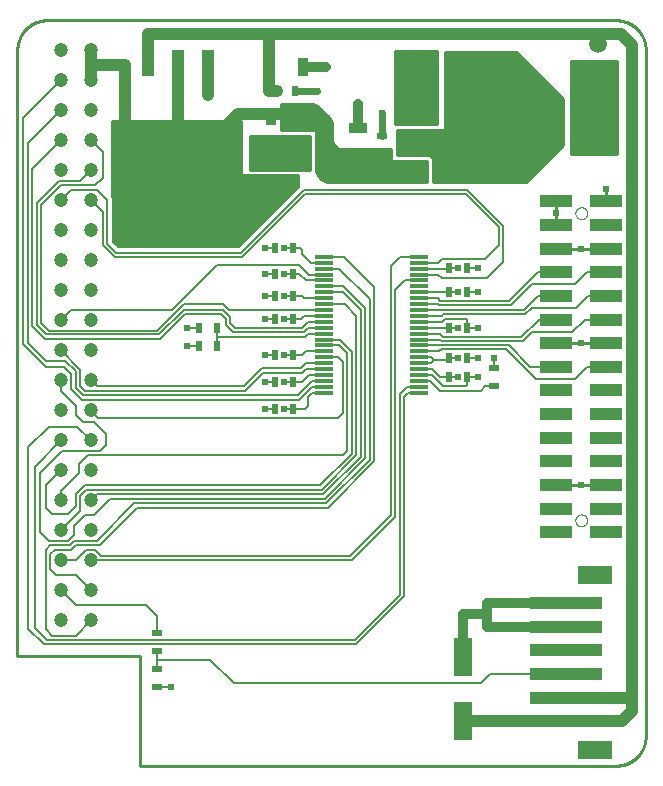
<source format=gtl>
G75*
%MOIN*%
%OFA0B0*%
%FSLAX25Y25*%
%IPPOS*%
%LPD*%
%AMOC8*
5,1,8,0,0,1.08239X$1,22.5*
%
%ADD10C,0.01000*%
%ADD11R,0.02362X0.03543*%
%ADD12R,0.06299X0.03543*%
%ADD13R,0.03543X0.06299*%
%ADD14R,0.03543X0.02362*%
%ADD15C,0.04724*%
%ADD16R,0.10827X0.03937*%
%ADD17C,0.00000*%
%ADD18R,0.24409X0.03937*%
%ADD19R,0.11811X0.06299*%
%ADD20C,0.05906*%
%ADD21R,0.05906X0.01181*%
%ADD22R,0.07874X0.04331*%
%ADD23R,0.07874X0.12992*%
%ADD24R,0.12598X0.06299*%
%ADD25R,0.06299X0.12598*%
%ADD26R,0.04200X0.08500*%
%ADD27R,0.05000X0.05000*%
%ADD28C,0.00500*%
%ADD29C,0.00600*%
%ADD30C,0.02400*%
%ADD31C,0.00800*%
%ADD32C,0.03200*%
%ADD33C,0.02200*%
%ADD34C,0.04000*%
%ADD35C,0.01200*%
D10*
X0001500Y0038000D02*
X0042500Y0038000D01*
X0042500Y0001500D01*
X0201000Y0001500D01*
X0201242Y0001503D01*
X0201483Y0001512D01*
X0201724Y0001526D01*
X0201965Y0001547D01*
X0202205Y0001573D01*
X0202445Y0001605D01*
X0202684Y0001643D01*
X0202921Y0001686D01*
X0203158Y0001736D01*
X0203393Y0001791D01*
X0203627Y0001851D01*
X0203859Y0001918D01*
X0204090Y0001989D01*
X0204319Y0002067D01*
X0204546Y0002150D01*
X0204771Y0002238D01*
X0204994Y0002332D01*
X0205214Y0002431D01*
X0205432Y0002536D01*
X0205647Y0002645D01*
X0205860Y0002760D01*
X0206070Y0002880D01*
X0206276Y0003005D01*
X0206480Y0003135D01*
X0206681Y0003270D01*
X0206878Y0003410D01*
X0207072Y0003554D01*
X0207262Y0003703D01*
X0207448Y0003857D01*
X0207631Y0004015D01*
X0207810Y0004177D01*
X0207985Y0004344D01*
X0208156Y0004515D01*
X0208323Y0004690D01*
X0208485Y0004869D01*
X0208643Y0005052D01*
X0208797Y0005238D01*
X0208946Y0005428D01*
X0209090Y0005622D01*
X0209230Y0005819D01*
X0209365Y0006020D01*
X0209495Y0006224D01*
X0209620Y0006430D01*
X0209740Y0006640D01*
X0209855Y0006853D01*
X0209964Y0007068D01*
X0210069Y0007286D01*
X0210168Y0007506D01*
X0210262Y0007729D01*
X0210350Y0007954D01*
X0210433Y0008181D01*
X0210511Y0008410D01*
X0210582Y0008641D01*
X0210649Y0008873D01*
X0210709Y0009107D01*
X0210764Y0009342D01*
X0210814Y0009579D01*
X0210857Y0009816D01*
X0210895Y0010055D01*
X0210927Y0010295D01*
X0210953Y0010535D01*
X0210974Y0010776D01*
X0210988Y0011017D01*
X0210997Y0011258D01*
X0211000Y0011500D01*
X0211000Y0240000D01*
X0210997Y0240242D01*
X0210988Y0240483D01*
X0210974Y0240724D01*
X0210953Y0240965D01*
X0210927Y0241205D01*
X0210895Y0241445D01*
X0210857Y0241684D01*
X0210814Y0241921D01*
X0210764Y0242158D01*
X0210709Y0242393D01*
X0210649Y0242627D01*
X0210582Y0242859D01*
X0210511Y0243090D01*
X0210433Y0243319D01*
X0210350Y0243546D01*
X0210262Y0243771D01*
X0210168Y0243994D01*
X0210069Y0244214D01*
X0209964Y0244432D01*
X0209855Y0244647D01*
X0209740Y0244860D01*
X0209620Y0245070D01*
X0209495Y0245276D01*
X0209365Y0245480D01*
X0209230Y0245681D01*
X0209090Y0245878D01*
X0208946Y0246072D01*
X0208797Y0246262D01*
X0208643Y0246448D01*
X0208485Y0246631D01*
X0208323Y0246810D01*
X0208156Y0246985D01*
X0207985Y0247156D01*
X0207810Y0247323D01*
X0207631Y0247485D01*
X0207448Y0247643D01*
X0207262Y0247797D01*
X0207072Y0247946D01*
X0206878Y0248090D01*
X0206681Y0248230D01*
X0206480Y0248365D01*
X0206276Y0248495D01*
X0206070Y0248620D01*
X0205860Y0248740D01*
X0205647Y0248855D01*
X0205432Y0248964D01*
X0205214Y0249069D01*
X0204994Y0249168D01*
X0204771Y0249262D01*
X0204546Y0249350D01*
X0204319Y0249433D01*
X0204090Y0249511D01*
X0203859Y0249582D01*
X0203627Y0249649D01*
X0203393Y0249709D01*
X0203158Y0249764D01*
X0202921Y0249814D01*
X0202684Y0249857D01*
X0202445Y0249895D01*
X0202205Y0249927D01*
X0201965Y0249953D01*
X0201724Y0249974D01*
X0201483Y0249988D01*
X0201242Y0249997D01*
X0201000Y0250000D01*
X0011500Y0250000D01*
X0011258Y0249997D01*
X0011017Y0249988D01*
X0010776Y0249974D01*
X0010535Y0249953D01*
X0010295Y0249927D01*
X0010055Y0249895D01*
X0009816Y0249857D01*
X0009579Y0249814D01*
X0009342Y0249764D01*
X0009107Y0249709D01*
X0008873Y0249649D01*
X0008641Y0249582D01*
X0008410Y0249511D01*
X0008181Y0249433D01*
X0007954Y0249350D01*
X0007729Y0249262D01*
X0007506Y0249168D01*
X0007286Y0249069D01*
X0007068Y0248964D01*
X0006853Y0248855D01*
X0006640Y0248740D01*
X0006430Y0248620D01*
X0006224Y0248495D01*
X0006020Y0248365D01*
X0005819Y0248230D01*
X0005622Y0248090D01*
X0005428Y0247946D01*
X0005238Y0247797D01*
X0005052Y0247643D01*
X0004869Y0247485D01*
X0004690Y0247323D01*
X0004515Y0247156D01*
X0004344Y0246985D01*
X0004177Y0246810D01*
X0004015Y0246631D01*
X0003857Y0246448D01*
X0003703Y0246262D01*
X0003554Y0246072D01*
X0003410Y0245878D01*
X0003270Y0245681D01*
X0003135Y0245480D01*
X0003005Y0245276D01*
X0002880Y0245070D01*
X0002760Y0244860D01*
X0002645Y0244647D01*
X0002536Y0244432D01*
X0002431Y0244214D01*
X0002332Y0243994D01*
X0002238Y0243771D01*
X0002150Y0243546D01*
X0002067Y0243319D01*
X0001989Y0243090D01*
X0001918Y0242859D01*
X0001851Y0242627D01*
X0001791Y0242393D01*
X0001736Y0242158D01*
X0001686Y0241921D01*
X0001643Y0241684D01*
X0001605Y0241445D01*
X0001573Y0241205D01*
X0001547Y0240965D01*
X0001526Y0240724D01*
X0001512Y0240483D01*
X0001503Y0240242D01*
X0001500Y0240000D01*
X0001500Y0038000D01*
X0104104Y0196284D02*
X0104898Y0196072D01*
X0105717Y0196000D01*
X0138000Y0196000D01*
X0138000Y0203000D01*
X0126000Y0203000D01*
X0126000Y0207000D01*
X0109247Y0207000D01*
X0108895Y0207035D01*
X0108557Y0207137D01*
X0108245Y0207304D01*
X0107972Y0207528D01*
X0107426Y0208074D01*
X0107033Y0208553D01*
X0106741Y0209100D01*
X0106561Y0209693D01*
X0106500Y0210310D01*
X0106500Y0214830D01*
X0106423Y0215617D01*
X0106193Y0216373D01*
X0105821Y0217070D01*
X0105319Y0217681D01*
X0102115Y0220885D01*
X0101538Y0221358D01*
X0100880Y0221710D01*
X0100166Y0221927D01*
X0099423Y0222000D01*
X0089500Y0222000D01*
X0089500Y0213500D01*
X0101000Y0213500D01*
X0101000Y0200717D01*
X0101072Y0199898D01*
X0101284Y0199104D01*
X0101632Y0198358D01*
X0102104Y0197685D01*
X0102685Y0197104D01*
X0103358Y0196632D01*
X0104104Y0196284D01*
X0104383Y0196210D02*
X0138000Y0196210D01*
X0138000Y0197208D02*
X0102580Y0197208D01*
X0101738Y0198207D02*
X0138000Y0198207D01*
X0138000Y0199205D02*
X0101257Y0199205D01*
X0101045Y0200204D02*
X0138000Y0200204D01*
X0138000Y0201202D02*
X0101000Y0201202D01*
X0101000Y0202201D02*
X0138000Y0202201D01*
X0140200Y0202201D02*
X0177201Y0202201D01*
X0178199Y0203199D02*
X0140200Y0203199D01*
X0140200Y0203911D02*
X0140000Y0204111D01*
X0140000Y0204500D01*
X0139611Y0204500D01*
X0138911Y0205200D01*
X0128200Y0205200D01*
X0128200Y0207911D01*
X0128000Y0208111D01*
X0128000Y0213300D01*
X0142411Y0213300D01*
X0142611Y0213500D01*
X0144000Y0213500D01*
X0144000Y0239500D01*
X0167610Y0239500D01*
X0183500Y0223610D01*
X0183500Y0208500D01*
X0171000Y0196000D01*
X0140200Y0196000D01*
X0140200Y0203911D01*
X0140000Y0204198D02*
X0179198Y0204198D01*
X0180196Y0205196D02*
X0138915Y0205196D01*
X0140200Y0201202D02*
X0176202Y0201202D01*
X0175204Y0200204D02*
X0140200Y0200204D01*
X0140200Y0199205D02*
X0174205Y0199205D01*
X0173207Y0198207D02*
X0140200Y0198207D01*
X0140200Y0197208D02*
X0172208Y0197208D01*
X0171210Y0196210D02*
X0140200Y0196210D01*
X0128200Y0206195D02*
X0181195Y0206195D01*
X0182193Y0207193D02*
X0128200Y0207193D01*
X0128000Y0208192D02*
X0183192Y0208192D01*
X0183500Y0209190D02*
X0128000Y0209190D01*
X0128000Y0210189D02*
X0183500Y0210189D01*
X0183500Y0211187D02*
X0128000Y0211187D01*
X0128000Y0212186D02*
X0183500Y0212186D01*
X0183500Y0213184D02*
X0128000Y0213184D01*
X0127500Y0215500D02*
X0127500Y0239600D01*
X0141500Y0239600D01*
X0141500Y0215500D01*
X0127500Y0215500D01*
X0127500Y0216180D02*
X0141500Y0216180D01*
X0141500Y0217178D02*
X0127500Y0217178D01*
X0127500Y0218177D02*
X0141500Y0218177D01*
X0141500Y0219175D02*
X0127500Y0219175D01*
X0127500Y0220174D02*
X0141500Y0220174D01*
X0141500Y0221172D02*
X0127500Y0221172D01*
X0127500Y0222171D02*
X0141500Y0222171D01*
X0141500Y0223170D02*
X0127500Y0223170D01*
X0127500Y0224168D02*
X0141500Y0224168D01*
X0141500Y0225167D02*
X0127500Y0225167D01*
X0127500Y0226165D02*
X0141500Y0226165D01*
X0141500Y0227164D02*
X0127500Y0227164D01*
X0127500Y0228162D02*
X0141500Y0228162D01*
X0141500Y0229161D02*
X0127500Y0229161D01*
X0127500Y0230159D02*
X0141500Y0230159D01*
X0141500Y0231158D02*
X0127500Y0231158D01*
X0127500Y0232156D02*
X0141500Y0232156D01*
X0141500Y0233155D02*
X0127500Y0233155D01*
X0127500Y0234153D02*
X0141500Y0234153D01*
X0141500Y0235152D02*
X0127500Y0235152D01*
X0127500Y0236150D02*
X0141500Y0236150D01*
X0141500Y0237149D02*
X0127500Y0237149D01*
X0127500Y0238147D02*
X0141500Y0238147D01*
X0141500Y0239146D02*
X0127500Y0239146D01*
X0144000Y0239146D02*
X0167964Y0239146D01*
X0168963Y0238147D02*
X0144000Y0238147D01*
X0144000Y0237149D02*
X0169961Y0237149D01*
X0170960Y0236150D02*
X0144000Y0236150D01*
X0144000Y0235152D02*
X0171958Y0235152D01*
X0172957Y0234153D02*
X0144000Y0234153D01*
X0144000Y0233155D02*
X0173955Y0233155D01*
X0174954Y0232156D02*
X0144000Y0232156D01*
X0144000Y0231158D02*
X0175952Y0231158D01*
X0176951Y0230159D02*
X0144000Y0230159D01*
X0144000Y0229161D02*
X0177949Y0229161D01*
X0178948Y0228162D02*
X0144000Y0228162D01*
X0144000Y0227164D02*
X0179946Y0227164D01*
X0180945Y0226165D02*
X0144000Y0226165D01*
X0144000Y0225167D02*
X0181943Y0225167D01*
X0182942Y0224168D02*
X0144000Y0224168D01*
X0144000Y0223170D02*
X0183500Y0223170D01*
X0183500Y0222171D02*
X0144000Y0222171D01*
X0144000Y0221172D02*
X0183500Y0221172D01*
X0183500Y0220174D02*
X0144000Y0220174D01*
X0144000Y0219175D02*
X0183500Y0219175D01*
X0183500Y0218177D02*
X0144000Y0218177D01*
X0144000Y0217178D02*
X0183500Y0217178D01*
X0183500Y0216180D02*
X0144000Y0216180D01*
X0144000Y0215181D02*
X0183500Y0215181D01*
X0183500Y0214183D02*
X0144000Y0214183D01*
X0126000Y0206195D02*
X0101000Y0206195D01*
X0101000Y0207193D02*
X0108452Y0207193D01*
X0107329Y0208192D02*
X0101000Y0208192D01*
X0101000Y0209190D02*
X0106713Y0209190D01*
X0106512Y0210189D02*
X0101000Y0210189D01*
X0101000Y0211187D02*
X0106500Y0211187D01*
X0106500Y0212186D02*
X0101000Y0212186D01*
X0101000Y0213184D02*
X0106500Y0213184D01*
X0106500Y0214183D02*
X0089500Y0214183D01*
X0089500Y0215181D02*
X0106465Y0215181D01*
X0106252Y0216180D02*
X0089500Y0216180D01*
X0089500Y0217178D02*
X0105731Y0217178D01*
X0104823Y0218177D02*
X0089500Y0218177D01*
X0089500Y0219175D02*
X0103825Y0219175D01*
X0102826Y0220174D02*
X0089500Y0220174D01*
X0089500Y0221172D02*
X0101765Y0221172D01*
X0099100Y0211500D02*
X0079000Y0211500D01*
X0079000Y0200000D01*
X0099100Y0200000D01*
X0099100Y0211500D01*
X0099100Y0211187D02*
X0079000Y0211187D01*
X0079000Y0210189D02*
X0099100Y0210189D01*
X0099100Y0209190D02*
X0079000Y0209190D01*
X0079000Y0208192D02*
X0099100Y0208192D01*
X0099100Y0207193D02*
X0079000Y0207193D01*
X0079000Y0206195D02*
X0099100Y0206195D01*
X0099100Y0205196D02*
X0079000Y0205196D01*
X0079000Y0204198D02*
X0099100Y0204198D01*
X0099100Y0203199D02*
X0079000Y0203199D01*
X0079000Y0202201D02*
X0099100Y0202201D01*
X0099100Y0201202D02*
X0079000Y0201202D01*
X0079000Y0200204D02*
X0099100Y0200204D01*
X0101000Y0203199D02*
X0126000Y0203199D01*
X0126000Y0204198D02*
X0101000Y0204198D01*
X0101000Y0205196D02*
X0126000Y0205196D01*
X0181134Y0189618D02*
X0181134Y0185700D01*
X0181100Y0185700D01*
X0181134Y0185700D02*
X0181134Y0181744D01*
X0181134Y0173900D02*
X0189300Y0173900D01*
X0197866Y0173900D01*
X0197866Y0173870D01*
X0197866Y0189600D02*
X0197866Y0189618D01*
X0197866Y0193600D01*
X0201500Y0205500D02*
X0186000Y0205500D01*
X0186000Y0236500D01*
X0201500Y0236500D01*
X0201500Y0205500D01*
X0201500Y0206195D02*
X0186000Y0206195D01*
X0186000Y0207193D02*
X0201500Y0207193D01*
X0201500Y0208192D02*
X0186000Y0208192D01*
X0186000Y0209190D02*
X0201500Y0209190D01*
X0201500Y0210189D02*
X0186000Y0210189D01*
X0186000Y0211187D02*
X0201500Y0211187D01*
X0201500Y0212186D02*
X0186000Y0212186D01*
X0186000Y0213184D02*
X0201500Y0213184D01*
X0201500Y0214183D02*
X0186000Y0214183D01*
X0186000Y0215181D02*
X0201500Y0215181D01*
X0201500Y0216180D02*
X0186000Y0216180D01*
X0186000Y0217178D02*
X0201500Y0217178D01*
X0201500Y0218177D02*
X0186000Y0218177D01*
X0186000Y0219175D02*
X0201500Y0219175D01*
X0201500Y0220174D02*
X0186000Y0220174D01*
X0186000Y0221172D02*
X0201500Y0221172D01*
X0201500Y0222171D02*
X0186000Y0222171D01*
X0186000Y0223170D02*
X0201500Y0223170D01*
X0201500Y0224168D02*
X0186000Y0224168D01*
X0186000Y0225167D02*
X0201500Y0225167D01*
X0201500Y0226165D02*
X0186000Y0226165D01*
X0186000Y0227164D02*
X0201500Y0227164D01*
X0201500Y0228162D02*
X0186000Y0228162D01*
X0186000Y0229161D02*
X0201500Y0229161D01*
X0201500Y0230159D02*
X0186000Y0230159D01*
X0186000Y0231158D02*
X0201500Y0231158D01*
X0201500Y0232156D02*
X0186000Y0232156D01*
X0186000Y0233155D02*
X0201500Y0233155D01*
X0201500Y0234153D02*
X0186000Y0234153D01*
X0186000Y0235152D02*
X0201500Y0235152D01*
X0201500Y0236150D02*
X0186000Y0236150D01*
X0181134Y0173900D02*
X0181134Y0173870D01*
X0181134Y0142400D02*
X0189400Y0142400D01*
X0197866Y0142400D01*
X0197866Y0142374D01*
X0181134Y0142374D02*
X0181134Y0142400D01*
X0181134Y0095130D02*
X0189500Y0095130D01*
X0189500Y0095200D01*
X0189500Y0095130D02*
X0197866Y0095130D01*
D11*
X0151453Y0131000D03*
X0151453Y0137500D03*
X0145547Y0137500D03*
X0145547Y0131000D03*
X0145547Y0147500D03*
X0151453Y0147500D03*
X0151453Y0159500D03*
X0145547Y0159500D03*
X0145547Y0167500D03*
X0151453Y0167500D03*
X0145953Y0228500D03*
X0140047Y0228500D03*
X0093953Y0226500D03*
X0088047Y0226500D03*
X0087547Y0174200D03*
X0093453Y0174200D03*
X0093453Y0165500D03*
X0087547Y0165500D03*
X0087547Y0158000D03*
X0093453Y0158000D03*
X0093453Y0150500D03*
X0087547Y0150500D03*
X0087547Y0138500D03*
X0093453Y0138500D03*
X0093453Y0129500D03*
X0087547Y0129500D03*
X0087547Y0120500D03*
X0093453Y0120500D03*
X0067953Y0141500D03*
X0062047Y0141500D03*
X0062047Y0147500D03*
X0067953Y0147500D03*
D12*
X0115000Y0202791D03*
X0115000Y0214209D03*
X0095000Y0218709D03*
X0095000Y0207291D03*
D13*
X0096709Y0234500D03*
X0085291Y0234500D03*
X0137291Y0236500D03*
X0148709Y0236500D03*
D14*
X0123000Y0211453D03*
X0123000Y0205547D03*
X0086000Y0210047D03*
X0086000Y0215953D03*
X0160500Y0133953D03*
X0160500Y0128047D03*
X0048200Y0045753D03*
X0048200Y0039847D03*
X0048200Y0033753D03*
X0048200Y0027847D03*
D15*
X0026000Y0050000D03*
X0026000Y0060000D03*
X0026000Y0070000D03*
X0026000Y0080000D03*
X0026000Y0090000D03*
X0026000Y0100000D03*
X0026000Y0110000D03*
X0026000Y0120000D03*
X0026000Y0130000D03*
X0026000Y0140000D03*
X0026000Y0150000D03*
X0026000Y0160000D03*
X0026000Y0170000D03*
X0026000Y0180000D03*
X0026000Y0190000D03*
X0026000Y0200000D03*
X0026000Y0210000D03*
X0026000Y0220000D03*
X0026000Y0230000D03*
X0026000Y0240000D03*
X0016000Y0240000D03*
X0016000Y0230000D03*
X0016000Y0220000D03*
X0016000Y0210000D03*
X0016000Y0200000D03*
X0016000Y0190000D03*
X0016000Y0180000D03*
X0016000Y0170000D03*
X0016000Y0160000D03*
X0016000Y0150000D03*
X0016000Y0140000D03*
X0016000Y0130000D03*
X0016000Y0120000D03*
X0016000Y0110000D03*
X0016000Y0100000D03*
X0016000Y0090000D03*
X0016000Y0080000D03*
X0016000Y0070000D03*
X0016000Y0060000D03*
X0016000Y0050000D03*
D16*
X0181134Y0079382D03*
X0181134Y0087256D03*
X0181134Y0095130D03*
X0181134Y0103004D03*
X0181134Y0110878D03*
X0181134Y0118752D03*
X0181134Y0126626D03*
X0181134Y0134500D03*
X0181134Y0142374D03*
X0181134Y0150248D03*
X0181134Y0158122D03*
X0181134Y0165996D03*
X0181134Y0173870D03*
X0181134Y0181744D03*
X0181134Y0189618D03*
X0197866Y0189618D03*
X0197866Y0181744D03*
X0197866Y0173870D03*
X0197866Y0165996D03*
X0197866Y0158122D03*
X0197866Y0150248D03*
X0197866Y0142374D03*
X0197866Y0134500D03*
X0197866Y0126626D03*
X0197866Y0118752D03*
X0197866Y0110878D03*
X0197866Y0103004D03*
X0197866Y0095130D03*
X0197866Y0087256D03*
X0197866Y0079382D03*
D17*
X0187531Y0083319D02*
X0187533Y0083407D01*
X0187539Y0083495D01*
X0187549Y0083583D01*
X0187563Y0083671D01*
X0187580Y0083757D01*
X0187602Y0083843D01*
X0187627Y0083927D01*
X0187657Y0084011D01*
X0187689Y0084093D01*
X0187726Y0084173D01*
X0187766Y0084252D01*
X0187810Y0084329D01*
X0187857Y0084404D01*
X0187907Y0084476D01*
X0187961Y0084547D01*
X0188017Y0084614D01*
X0188077Y0084680D01*
X0188139Y0084742D01*
X0188205Y0084802D01*
X0188272Y0084858D01*
X0188343Y0084912D01*
X0188415Y0084962D01*
X0188490Y0085009D01*
X0188567Y0085053D01*
X0188646Y0085093D01*
X0188726Y0085130D01*
X0188808Y0085162D01*
X0188892Y0085192D01*
X0188976Y0085217D01*
X0189062Y0085239D01*
X0189148Y0085256D01*
X0189236Y0085270D01*
X0189324Y0085280D01*
X0189412Y0085286D01*
X0189500Y0085288D01*
X0189588Y0085286D01*
X0189676Y0085280D01*
X0189764Y0085270D01*
X0189852Y0085256D01*
X0189938Y0085239D01*
X0190024Y0085217D01*
X0190108Y0085192D01*
X0190192Y0085162D01*
X0190274Y0085130D01*
X0190354Y0085093D01*
X0190433Y0085053D01*
X0190510Y0085009D01*
X0190585Y0084962D01*
X0190657Y0084912D01*
X0190728Y0084858D01*
X0190795Y0084802D01*
X0190861Y0084742D01*
X0190923Y0084680D01*
X0190983Y0084614D01*
X0191039Y0084547D01*
X0191093Y0084476D01*
X0191143Y0084404D01*
X0191190Y0084329D01*
X0191234Y0084252D01*
X0191274Y0084173D01*
X0191311Y0084093D01*
X0191343Y0084011D01*
X0191373Y0083927D01*
X0191398Y0083843D01*
X0191420Y0083757D01*
X0191437Y0083671D01*
X0191451Y0083583D01*
X0191461Y0083495D01*
X0191467Y0083407D01*
X0191469Y0083319D01*
X0191467Y0083231D01*
X0191461Y0083143D01*
X0191451Y0083055D01*
X0191437Y0082967D01*
X0191420Y0082881D01*
X0191398Y0082795D01*
X0191373Y0082711D01*
X0191343Y0082627D01*
X0191311Y0082545D01*
X0191274Y0082465D01*
X0191234Y0082386D01*
X0191190Y0082309D01*
X0191143Y0082234D01*
X0191093Y0082162D01*
X0191039Y0082091D01*
X0190983Y0082024D01*
X0190923Y0081958D01*
X0190861Y0081896D01*
X0190795Y0081836D01*
X0190728Y0081780D01*
X0190657Y0081726D01*
X0190585Y0081676D01*
X0190510Y0081629D01*
X0190433Y0081585D01*
X0190354Y0081545D01*
X0190274Y0081508D01*
X0190192Y0081476D01*
X0190108Y0081446D01*
X0190024Y0081421D01*
X0189938Y0081399D01*
X0189852Y0081382D01*
X0189764Y0081368D01*
X0189676Y0081358D01*
X0189588Y0081352D01*
X0189500Y0081350D01*
X0189412Y0081352D01*
X0189324Y0081358D01*
X0189236Y0081368D01*
X0189148Y0081382D01*
X0189062Y0081399D01*
X0188976Y0081421D01*
X0188892Y0081446D01*
X0188808Y0081476D01*
X0188726Y0081508D01*
X0188646Y0081545D01*
X0188567Y0081585D01*
X0188490Y0081629D01*
X0188415Y0081676D01*
X0188343Y0081726D01*
X0188272Y0081780D01*
X0188205Y0081836D01*
X0188139Y0081896D01*
X0188077Y0081958D01*
X0188017Y0082024D01*
X0187961Y0082091D01*
X0187907Y0082162D01*
X0187857Y0082234D01*
X0187810Y0082309D01*
X0187766Y0082386D01*
X0187726Y0082465D01*
X0187689Y0082545D01*
X0187657Y0082627D01*
X0187627Y0082711D01*
X0187602Y0082795D01*
X0187580Y0082881D01*
X0187563Y0082967D01*
X0187549Y0083055D01*
X0187539Y0083143D01*
X0187533Y0083231D01*
X0187531Y0083319D01*
X0187531Y0185681D02*
X0187533Y0185769D01*
X0187539Y0185857D01*
X0187549Y0185945D01*
X0187563Y0186033D01*
X0187580Y0186119D01*
X0187602Y0186205D01*
X0187627Y0186289D01*
X0187657Y0186373D01*
X0187689Y0186455D01*
X0187726Y0186535D01*
X0187766Y0186614D01*
X0187810Y0186691D01*
X0187857Y0186766D01*
X0187907Y0186838D01*
X0187961Y0186909D01*
X0188017Y0186976D01*
X0188077Y0187042D01*
X0188139Y0187104D01*
X0188205Y0187164D01*
X0188272Y0187220D01*
X0188343Y0187274D01*
X0188415Y0187324D01*
X0188490Y0187371D01*
X0188567Y0187415D01*
X0188646Y0187455D01*
X0188726Y0187492D01*
X0188808Y0187524D01*
X0188892Y0187554D01*
X0188976Y0187579D01*
X0189062Y0187601D01*
X0189148Y0187618D01*
X0189236Y0187632D01*
X0189324Y0187642D01*
X0189412Y0187648D01*
X0189500Y0187650D01*
X0189588Y0187648D01*
X0189676Y0187642D01*
X0189764Y0187632D01*
X0189852Y0187618D01*
X0189938Y0187601D01*
X0190024Y0187579D01*
X0190108Y0187554D01*
X0190192Y0187524D01*
X0190274Y0187492D01*
X0190354Y0187455D01*
X0190433Y0187415D01*
X0190510Y0187371D01*
X0190585Y0187324D01*
X0190657Y0187274D01*
X0190728Y0187220D01*
X0190795Y0187164D01*
X0190861Y0187104D01*
X0190923Y0187042D01*
X0190983Y0186976D01*
X0191039Y0186909D01*
X0191093Y0186838D01*
X0191143Y0186766D01*
X0191190Y0186691D01*
X0191234Y0186614D01*
X0191274Y0186535D01*
X0191311Y0186455D01*
X0191343Y0186373D01*
X0191373Y0186289D01*
X0191398Y0186205D01*
X0191420Y0186119D01*
X0191437Y0186033D01*
X0191451Y0185945D01*
X0191461Y0185857D01*
X0191467Y0185769D01*
X0191469Y0185681D01*
X0191467Y0185593D01*
X0191461Y0185505D01*
X0191451Y0185417D01*
X0191437Y0185329D01*
X0191420Y0185243D01*
X0191398Y0185157D01*
X0191373Y0185073D01*
X0191343Y0184989D01*
X0191311Y0184907D01*
X0191274Y0184827D01*
X0191234Y0184748D01*
X0191190Y0184671D01*
X0191143Y0184596D01*
X0191093Y0184524D01*
X0191039Y0184453D01*
X0190983Y0184386D01*
X0190923Y0184320D01*
X0190861Y0184258D01*
X0190795Y0184198D01*
X0190728Y0184142D01*
X0190657Y0184088D01*
X0190585Y0184038D01*
X0190510Y0183991D01*
X0190433Y0183947D01*
X0190354Y0183907D01*
X0190274Y0183870D01*
X0190192Y0183838D01*
X0190108Y0183808D01*
X0190024Y0183783D01*
X0189938Y0183761D01*
X0189852Y0183744D01*
X0189764Y0183730D01*
X0189676Y0183720D01*
X0189588Y0183714D01*
X0189500Y0183712D01*
X0189412Y0183714D01*
X0189324Y0183720D01*
X0189236Y0183730D01*
X0189148Y0183744D01*
X0189062Y0183761D01*
X0188976Y0183783D01*
X0188892Y0183808D01*
X0188808Y0183838D01*
X0188726Y0183870D01*
X0188646Y0183907D01*
X0188567Y0183947D01*
X0188490Y0183991D01*
X0188415Y0184038D01*
X0188343Y0184088D01*
X0188272Y0184142D01*
X0188205Y0184198D01*
X0188139Y0184258D01*
X0188077Y0184320D01*
X0188017Y0184386D01*
X0187961Y0184453D01*
X0187907Y0184524D01*
X0187857Y0184596D01*
X0187810Y0184671D01*
X0187766Y0184748D01*
X0187726Y0184827D01*
X0187689Y0184907D01*
X0187657Y0184989D01*
X0187627Y0185073D01*
X0187602Y0185157D01*
X0187580Y0185243D01*
X0187563Y0185329D01*
X0187549Y0185417D01*
X0187539Y0185505D01*
X0187533Y0185593D01*
X0187531Y0185681D01*
D18*
X0184500Y0055685D03*
X0184500Y0047811D03*
X0184500Y0039937D03*
X0184500Y0032063D03*
X0184500Y0024189D03*
X0184500Y0016315D03*
D19*
X0193949Y0006866D03*
X0193949Y0065134D03*
D20*
X0195000Y0232000D03*
X0195000Y0242000D03*
D21*
X0135248Y0171138D03*
X0135248Y0169169D03*
X0135248Y0167201D03*
X0135248Y0165232D03*
X0135248Y0163264D03*
X0135248Y0161295D03*
X0135248Y0159327D03*
X0135248Y0157358D03*
X0135248Y0155390D03*
X0135248Y0153421D03*
X0135248Y0151453D03*
X0135248Y0149484D03*
X0135248Y0147516D03*
X0135248Y0145547D03*
X0135248Y0143579D03*
X0135248Y0141610D03*
X0135248Y0139642D03*
X0135248Y0137673D03*
X0135248Y0135705D03*
X0135248Y0133736D03*
X0135248Y0131768D03*
X0135248Y0129799D03*
X0135248Y0127831D03*
X0135248Y0125862D03*
X0103752Y0125862D03*
X0103752Y0127831D03*
X0103752Y0129799D03*
X0103752Y0131768D03*
X0103752Y0133736D03*
X0103752Y0135705D03*
X0103752Y0137673D03*
X0103752Y0139642D03*
X0103752Y0141610D03*
X0103752Y0143579D03*
X0103752Y0145547D03*
X0103752Y0147516D03*
X0103752Y0149484D03*
X0103752Y0151453D03*
X0103752Y0153421D03*
X0103752Y0155390D03*
X0103752Y0157358D03*
X0103752Y0159327D03*
X0103752Y0161295D03*
X0103752Y0163264D03*
X0103752Y0165232D03*
X0103752Y0167201D03*
X0103752Y0169169D03*
X0103752Y0171138D03*
D22*
X0133000Y0199445D03*
X0133000Y0208500D03*
X0133000Y0217555D03*
D23*
X0156228Y0208500D03*
D24*
X0173370Y0213000D03*
X0194630Y0213000D03*
D25*
X0150000Y0037630D03*
X0150000Y0016370D03*
D26*
X0065000Y0235600D03*
X0055000Y0235600D03*
X0045000Y0235600D03*
D27*
X0055000Y0200600D03*
D28*
X0038600Y0200406D02*
X0071400Y0200406D01*
X0071400Y0199908D02*
X0038600Y0199908D01*
X0038600Y0199409D02*
X0071400Y0199409D01*
X0071400Y0198910D02*
X0038600Y0198910D01*
X0038600Y0198412D02*
X0071400Y0198412D01*
X0071400Y0197913D02*
X0038600Y0197913D01*
X0038600Y0197415D02*
X0071400Y0197415D01*
X0071400Y0196916D02*
X0038600Y0196916D01*
X0038600Y0196418D02*
X0071400Y0196418D01*
X0071400Y0195919D02*
X0038600Y0195919D01*
X0038600Y0195421D02*
X0071400Y0195421D01*
X0071400Y0194922D02*
X0038600Y0194922D01*
X0038600Y0194424D02*
X0071400Y0194424D01*
X0071400Y0193925D02*
X0038600Y0193925D01*
X0038600Y0193427D02*
X0071400Y0193427D01*
X0071400Y0192928D02*
X0038600Y0192928D01*
X0038600Y0192430D02*
X0071400Y0192430D01*
X0071400Y0191931D02*
X0038600Y0191931D01*
X0038600Y0191433D02*
X0071400Y0191433D01*
X0071400Y0190934D02*
X0038600Y0190934D01*
X0038600Y0190436D02*
X0071400Y0190436D01*
X0071400Y0189937D02*
X0038600Y0189937D01*
X0038600Y0189439D02*
X0071400Y0189439D01*
X0071400Y0188940D02*
X0038600Y0188940D01*
X0038600Y0188442D02*
X0071400Y0188442D01*
X0071400Y0187943D02*
X0038600Y0187943D01*
X0038600Y0187445D02*
X0071400Y0187445D01*
X0071400Y0187300D02*
X0071400Y0207300D01*
X0038600Y0207300D01*
X0038600Y0187300D01*
X0033750Y0187300D01*
X0033750Y0179800D01*
X0076250Y0179800D01*
X0076250Y0187300D01*
X0071400Y0187300D01*
X0076250Y0186946D02*
X0033750Y0186946D01*
X0033750Y0186448D02*
X0076250Y0186448D01*
X0076250Y0185949D02*
X0033750Y0185949D01*
X0033750Y0185451D02*
X0076250Y0185451D01*
X0076250Y0184952D02*
X0033750Y0184952D01*
X0033750Y0184454D02*
X0076250Y0184454D01*
X0076250Y0183955D02*
X0033750Y0183955D01*
X0033750Y0183457D02*
X0076250Y0183457D01*
X0076250Y0182958D02*
X0033750Y0182958D01*
X0033750Y0182460D02*
X0076250Y0182460D01*
X0076250Y0181961D02*
X0033750Y0181961D01*
X0033750Y0181463D02*
X0076250Y0181463D01*
X0076250Y0180964D02*
X0033750Y0180964D01*
X0033750Y0180466D02*
X0076250Y0180466D01*
X0076250Y0179967D02*
X0033750Y0179967D01*
X0038600Y0200905D02*
X0071400Y0200905D01*
X0071400Y0201403D02*
X0038600Y0201403D01*
X0038600Y0201902D02*
X0071400Y0201902D01*
X0071400Y0202400D02*
X0038600Y0202400D01*
X0038600Y0202899D02*
X0071400Y0202899D01*
X0071400Y0203397D02*
X0038600Y0203397D01*
X0038600Y0203896D02*
X0071400Y0203896D01*
X0071400Y0204394D02*
X0038600Y0204394D01*
X0038600Y0204893D02*
X0071400Y0204893D01*
X0071400Y0205391D02*
X0038600Y0205391D01*
X0038600Y0205890D02*
X0071400Y0205890D01*
X0071400Y0206388D02*
X0038600Y0206388D01*
X0038600Y0206887D02*
X0071400Y0206887D01*
D29*
X0076500Y0206789D02*
X0033000Y0206789D01*
X0033000Y0206191D02*
X0076500Y0206191D01*
X0076500Y0205592D02*
X0033000Y0205592D01*
X0033000Y0204994D02*
X0076500Y0204994D01*
X0076500Y0204395D02*
X0033000Y0204395D01*
X0033000Y0203797D02*
X0076500Y0203797D01*
X0076500Y0203198D02*
X0033000Y0203198D01*
X0033000Y0202600D02*
X0076500Y0202600D01*
X0076500Y0202001D02*
X0033000Y0202001D01*
X0033000Y0201403D02*
X0076500Y0201403D01*
X0076500Y0200804D02*
X0033000Y0200804D01*
X0033000Y0200206D02*
X0076500Y0200206D01*
X0076500Y0199607D02*
X0033000Y0199607D01*
X0033000Y0199009D02*
X0076500Y0199009D01*
X0076500Y0198500D02*
X0095500Y0198500D01*
X0095500Y0194546D01*
X0075254Y0174300D01*
X0035246Y0174300D01*
X0033300Y0176246D01*
X0033300Y0190746D01*
X0033000Y0191046D01*
X0033000Y0216500D01*
X0076500Y0216500D01*
X0076500Y0198500D01*
X0076500Y0207388D02*
X0033000Y0207388D01*
X0033000Y0207986D02*
X0076500Y0207986D01*
X0076500Y0208585D02*
X0033000Y0208585D01*
X0033000Y0209183D02*
X0076500Y0209183D01*
X0076500Y0209782D02*
X0033000Y0209782D01*
X0033000Y0210380D02*
X0076500Y0210380D01*
X0076500Y0210979D02*
X0033000Y0210979D01*
X0033000Y0211577D02*
X0076500Y0211577D01*
X0076500Y0212176D02*
X0033000Y0212176D01*
X0033000Y0212774D02*
X0076500Y0212774D01*
X0076500Y0213373D02*
X0033000Y0213373D01*
X0033000Y0213972D02*
X0076500Y0213972D01*
X0076500Y0214570D02*
X0033000Y0214570D01*
X0033000Y0215169D02*
X0076500Y0215169D01*
X0076500Y0215767D02*
X0033000Y0215767D01*
X0033000Y0216366D02*
X0076500Y0216366D01*
X0095500Y0198410D02*
X0033000Y0198410D01*
X0033000Y0197812D02*
X0095500Y0197812D01*
X0095500Y0197213D02*
X0033000Y0197213D01*
X0033000Y0196615D02*
X0095500Y0196615D01*
X0095500Y0196016D02*
X0033000Y0196016D01*
X0033000Y0195418D02*
X0095500Y0195418D01*
X0095500Y0194819D02*
X0033000Y0194819D01*
X0033000Y0194221D02*
X0095175Y0194221D01*
X0094577Y0193622D02*
X0033000Y0193622D01*
X0033000Y0193024D02*
X0093978Y0193024D01*
X0093380Y0192425D02*
X0033000Y0192425D01*
X0033000Y0191827D02*
X0092781Y0191827D01*
X0092183Y0191228D02*
X0033000Y0191228D01*
X0033300Y0190630D02*
X0091584Y0190630D01*
X0090985Y0190031D02*
X0033300Y0190031D01*
X0033300Y0189433D02*
X0090387Y0189433D01*
X0089788Y0188834D02*
X0033300Y0188834D01*
X0033300Y0188236D02*
X0089190Y0188236D01*
X0088591Y0187637D02*
X0033300Y0187637D01*
X0033300Y0187039D02*
X0087993Y0187039D01*
X0087394Y0186440D02*
X0033300Y0186440D01*
X0033300Y0185841D02*
X0086796Y0185841D01*
X0086197Y0185243D02*
X0033300Y0185243D01*
X0033300Y0184644D02*
X0085599Y0184644D01*
X0085000Y0184046D02*
X0033300Y0184046D01*
X0033300Y0183447D02*
X0084402Y0183447D01*
X0083803Y0182849D02*
X0033300Y0182849D01*
X0033300Y0182250D02*
X0083205Y0182250D01*
X0082606Y0181652D02*
X0033300Y0181652D01*
X0033300Y0181053D02*
X0082008Y0181053D01*
X0081409Y0180455D02*
X0033300Y0180455D01*
X0033300Y0179856D02*
X0080811Y0179856D01*
X0080212Y0179258D02*
X0033300Y0179258D01*
X0033300Y0178659D02*
X0079614Y0178659D01*
X0079015Y0178061D02*
X0033300Y0178061D01*
X0033300Y0177462D02*
X0078417Y0177462D01*
X0077818Y0176864D02*
X0033300Y0176864D01*
X0033300Y0176265D02*
X0077220Y0176265D01*
X0076621Y0175667D02*
X0033879Y0175667D01*
X0034477Y0175068D02*
X0076023Y0175068D01*
X0075424Y0174470D02*
X0035076Y0174470D01*
X0034500Y0172500D02*
X0031500Y0175500D01*
X0031500Y0190000D01*
X0028000Y0193500D01*
X0019500Y0193500D01*
X0016000Y0190000D01*
X0016000Y0195000D02*
X0027500Y0195000D01*
X0030000Y0197500D01*
X0030000Y0206000D01*
X0026000Y0210000D01*
X0026000Y0200000D02*
X0022500Y0196500D01*
X0015500Y0196500D01*
X0008000Y0189000D01*
X0008000Y0148500D01*
X0011193Y0145307D01*
X0048807Y0145307D01*
X0057000Y0153500D01*
X0070000Y0153500D01*
X0072500Y0151000D01*
X0072500Y0149000D01*
X0074000Y0147500D01*
X0096500Y0147500D01*
X0098484Y0149484D01*
X0103752Y0149484D01*
X0103752Y0147516D02*
X0098516Y0147516D01*
X0097000Y0146000D01*
X0073500Y0146000D01*
X0071000Y0148500D01*
X0071000Y0150500D01*
X0069500Y0152000D01*
X0057500Y0152000D01*
X0049213Y0143713D01*
X0010787Y0143713D01*
X0006500Y0148000D01*
X0006500Y0200500D01*
X0016000Y0210000D01*
X0016000Y0220000D02*
X0005000Y0209000D01*
X0005000Y0142500D01*
X0011000Y0136500D01*
X0017500Y0136500D01*
X0021000Y0133000D01*
X0021000Y0127500D01*
X0023500Y0125000D01*
X0095000Y0125000D01*
X0099799Y0129799D01*
X0103752Y0129799D01*
X0103752Y0127831D02*
X0099831Y0127831D01*
X0095500Y0123500D01*
X0023000Y0123500D01*
X0019500Y0127000D01*
X0019500Y0132000D01*
X0017000Y0134500D01*
X0011000Y0134500D01*
X0003500Y0142000D01*
X0003500Y0217500D01*
X0016000Y0230000D01*
X0016000Y0195000D02*
X0009500Y0188500D01*
X0009500Y0149000D01*
X0011914Y0146586D01*
X0048086Y0146586D01*
X0057000Y0155500D01*
X0070000Y0155500D01*
X0072079Y0153421D01*
X0103752Y0153421D01*
X0103752Y0151453D02*
X0096953Y0151453D01*
X0096000Y0150500D01*
X0093453Y0150500D01*
X0090500Y0150500D01*
X0087547Y0158000D02*
X0084000Y0158000D01*
X0090500Y0165500D02*
X0093453Y0165500D01*
X0095500Y0165500D01*
X0097736Y0163264D01*
X0103752Y0163264D01*
X0103752Y0165232D02*
X0098768Y0165232D01*
X0095500Y0168500D01*
X0068000Y0168500D01*
X0053000Y0153500D01*
X0019500Y0153500D01*
X0016000Y0150000D01*
X0016000Y0140000D02*
X0022500Y0133500D01*
X0022500Y0128000D01*
X0024000Y0126500D01*
X0077500Y0126500D01*
X0083500Y0132500D01*
X0096500Y0132500D01*
X0097736Y0133736D01*
X0103752Y0133736D01*
X0103752Y0131768D02*
X0098768Y0131768D01*
X0096500Y0129500D01*
X0093453Y0129500D01*
X0096000Y0134000D02*
X0083000Y0134000D01*
X0077000Y0128000D01*
X0028000Y0128000D01*
X0026000Y0130000D01*
X0021000Y0121500D02*
X0016000Y0126500D01*
X0016000Y0130000D01*
X0021000Y0121500D02*
X0021000Y0118500D01*
X0023500Y0116000D01*
X0027000Y0116000D01*
X0031000Y0112000D01*
X0031000Y0108500D01*
X0029000Y0106500D01*
X0016500Y0106500D01*
X0009000Y0099000D01*
X0009000Y0079500D01*
X0012000Y0076500D01*
X0018500Y0076500D01*
X0020500Y0078500D01*
X0020500Y0081500D01*
X0024000Y0085000D01*
X0027000Y0085000D01*
X0032500Y0090500D01*
X0104000Y0090500D01*
X0117500Y0104000D01*
X0117500Y0154000D01*
X0110205Y0161295D01*
X0103752Y0161295D01*
X0103752Y0159327D02*
X0110173Y0159327D01*
X0116000Y0153500D01*
X0116000Y0104500D01*
X0103500Y0092000D01*
X0028000Y0092000D01*
X0026000Y0090000D01*
X0024500Y0093500D02*
X0022500Y0091500D01*
X0022500Y0086500D01*
X0016000Y0080000D01*
X0020500Y0076500D02*
X0019000Y0075000D01*
X0012500Y0075000D01*
X0011000Y0073500D01*
X0011000Y0047000D01*
X0013095Y0044905D01*
X0020905Y0044905D01*
X0026000Y0050000D01*
X0021000Y0055000D02*
X0044500Y0055000D01*
X0048200Y0051300D01*
X0048200Y0045753D01*
X0048200Y0039847D02*
X0048200Y0033753D01*
X0048200Y0036800D01*
X0065800Y0036800D01*
X0073600Y0029000D01*
X0156000Y0029000D01*
X0159063Y0032063D01*
X0184500Y0032063D01*
X0130500Y0058000D02*
X0114500Y0042000D01*
X0010402Y0042000D01*
X0005222Y0047180D01*
X0005222Y0107722D01*
X0012000Y0114500D01*
X0021500Y0114500D01*
X0026000Y0110000D01*
X0025000Y0105000D02*
X0022000Y0102000D01*
X0022000Y0099000D01*
X0016000Y0093000D01*
X0016000Y0090000D01*
X0018500Y0085500D02*
X0013000Y0085500D01*
X0011000Y0087500D01*
X0011000Y0095000D01*
X0016000Y0100000D01*
X0024000Y0095000D02*
X0021000Y0092000D01*
X0021000Y0088000D01*
X0018500Y0085500D01*
X0020500Y0076500D02*
X0028000Y0076500D01*
X0040500Y0089000D01*
X0104500Y0089000D01*
X0119000Y0103500D01*
X0119000Y0157000D01*
X0108799Y0167201D01*
X0103752Y0167201D01*
X0103752Y0169169D02*
X0099332Y0169169D01*
X0096500Y0172001D01*
X0096500Y0173500D01*
X0095800Y0174200D01*
X0093453Y0174200D01*
X0087547Y0174200D02*
X0084000Y0174200D01*
X0076500Y0171000D02*
X0097500Y0192000D01*
X0151000Y0192000D01*
X0162000Y0181000D01*
X0162000Y0175000D01*
X0157500Y0170500D01*
X0143000Y0170500D01*
X0141669Y0169169D01*
X0135248Y0169169D01*
X0135248Y0167201D02*
X0145248Y0167201D01*
X0145547Y0167500D01*
X0148500Y0167500D01*
X0143000Y0164000D02*
X0158000Y0164000D01*
X0163500Y0169500D01*
X0163500Y0181500D01*
X0151500Y0193500D01*
X0097000Y0193500D01*
X0076000Y0172500D01*
X0034500Y0172500D01*
X0034000Y0171000D02*
X0076500Y0171000D01*
X0067953Y0147500D02*
X0067953Y0144500D01*
X0067953Y0141500D01*
X0067953Y0144500D02*
X0097500Y0144500D01*
X0098547Y0145547D01*
X0103752Y0145547D01*
X0103752Y0143579D02*
X0108921Y0143579D01*
X0113000Y0139500D01*
X0113000Y0105500D01*
X0102500Y0095000D01*
X0024000Y0095000D01*
X0024500Y0093500D02*
X0103000Y0093500D01*
X0114500Y0105000D01*
X0114500Y0151500D01*
X0110610Y0155390D01*
X0103752Y0155390D01*
X0103752Y0141610D02*
X0108890Y0141610D01*
X0111500Y0139000D01*
X0111500Y0106500D01*
X0110000Y0105000D01*
X0025000Y0105000D01*
X0016000Y0110000D02*
X0007245Y0101245D01*
X0007245Y0047544D01*
X0011288Y0043500D01*
X0114000Y0043500D01*
X0129000Y0058500D01*
X0129000Y0125500D01*
X0131331Y0127831D01*
X0135248Y0127831D01*
X0135248Y0129799D02*
X0139201Y0129799D01*
X0142500Y0126500D01*
X0156000Y0126500D01*
X0157500Y0128000D01*
X0160453Y0128000D01*
X0160500Y0128047D01*
X0155000Y0131000D02*
X0151453Y0131000D01*
X0151453Y0128453D01*
X0151000Y0128000D01*
X0143500Y0128000D01*
X0139732Y0131768D01*
X0135248Y0131768D01*
X0135248Y0133736D02*
X0139764Y0133736D01*
X0142500Y0131000D01*
X0145547Y0131000D01*
X0144747Y0136700D02*
X0140300Y0136700D01*
X0139305Y0135705D01*
X0135248Y0135705D01*
X0135248Y0137673D02*
X0139327Y0137673D01*
X0140300Y0136700D01*
X0142142Y0139642D02*
X0143000Y0140500D01*
X0164500Y0140500D01*
X0174500Y0130500D01*
X0187500Y0130500D01*
X0191500Y0134500D01*
X0197866Y0134500D01*
X0197866Y0150248D02*
X0190748Y0150248D01*
X0186500Y0146000D01*
X0173000Y0146000D01*
X0170000Y0143000D01*
X0143000Y0143000D01*
X0142421Y0143579D01*
X0135248Y0143579D01*
X0135248Y0145547D02*
X0142453Y0145547D01*
X0143500Y0144500D01*
X0169500Y0144500D01*
X0175248Y0150248D01*
X0181134Y0150248D01*
X0187700Y0154200D02*
X0191622Y0158122D01*
X0197866Y0158122D01*
X0197866Y0165996D02*
X0191496Y0165996D01*
X0187500Y0162000D01*
X0173000Y0162000D01*
X0166000Y0155000D01*
X0142000Y0155000D01*
X0141610Y0155390D01*
X0135248Y0155390D01*
X0135248Y0157358D02*
X0141642Y0157358D01*
X0142500Y0156500D01*
X0165500Y0156500D01*
X0175000Y0166000D01*
X0181130Y0166000D01*
X0181134Y0165996D01*
X0181134Y0158122D02*
X0175122Y0158122D01*
X0170421Y0153421D01*
X0135248Y0153421D01*
X0135248Y0151453D02*
X0142953Y0151453D01*
X0143500Y0152000D01*
X0170900Y0152000D01*
X0173100Y0154200D01*
X0187700Y0154200D01*
X0181134Y0134500D02*
X0172500Y0134500D01*
X0165390Y0141610D01*
X0135248Y0141610D01*
X0135248Y0139642D02*
X0142142Y0139642D01*
X0144747Y0136700D02*
X0145547Y0137500D01*
X0148500Y0137500D01*
X0148500Y0147500D02*
X0145547Y0147500D01*
X0145531Y0147516D01*
X0135248Y0147516D01*
X0135248Y0149484D02*
X0142984Y0149484D01*
X0144000Y0150500D01*
X0151000Y0150500D01*
X0151500Y0150000D01*
X0151500Y0147547D01*
X0151453Y0147500D01*
X0148500Y0159500D02*
X0145547Y0159500D01*
X0145374Y0159327D01*
X0135248Y0159327D01*
X0135248Y0163264D02*
X0130764Y0163264D01*
X0127500Y0160000D01*
X0127500Y0084500D01*
X0113000Y0070000D01*
X0026000Y0070000D01*
X0029500Y0071500D02*
X0027500Y0073500D01*
X0024500Y0073500D01*
X0021000Y0070000D01*
X0016000Y0070000D01*
X0014000Y0073500D02*
X0012500Y0072000D01*
X0012500Y0067000D01*
X0014500Y0065000D01*
X0021000Y0065000D01*
X0026000Y0060000D01*
X0021000Y0055000D02*
X0016000Y0060000D01*
X0014000Y0073500D02*
X0019500Y0073500D01*
X0021000Y0075000D01*
X0029000Y0075000D01*
X0041500Y0087500D01*
X0105000Y0087500D01*
X0120500Y0103000D01*
X0120500Y0161000D01*
X0110362Y0171138D01*
X0103752Y0171138D01*
X0126000Y0168000D02*
X0126000Y0085000D01*
X0112500Y0071500D01*
X0029500Y0071500D01*
X0028500Y0117500D02*
X0026000Y0120000D01*
X0028500Y0117500D02*
X0108500Y0117500D01*
X0110000Y0119000D01*
X0110000Y0136000D01*
X0108327Y0137673D01*
X0103752Y0137673D01*
X0103752Y0135705D02*
X0097705Y0135705D01*
X0096000Y0134000D01*
X0096500Y0138500D02*
X0093453Y0138500D01*
X0090500Y0138500D01*
X0096500Y0138500D02*
X0097642Y0139642D01*
X0103752Y0139642D01*
X0103752Y0125862D02*
X0099862Y0125862D01*
X0098500Y0124500D01*
X0098500Y0121500D01*
X0097500Y0120500D01*
X0093453Y0120500D01*
X0090500Y0120500D01*
X0087547Y0129500D02*
X0084000Y0129500D01*
X0126000Y0168000D02*
X0129138Y0171138D01*
X0135248Y0171138D01*
X0135248Y0165232D02*
X0141768Y0165232D01*
X0143000Y0164000D01*
X0135248Y0125862D02*
X0131862Y0125862D01*
X0130500Y0124500D01*
X0130500Y0058000D01*
X0034000Y0171000D02*
X0030000Y0175000D01*
X0030000Y0186000D01*
X0026000Y0190000D01*
D30*
X0058000Y0147500D03*
X0058000Y0141500D03*
X0084000Y0138500D03*
X0090500Y0138500D03*
X0090500Y0129500D03*
X0084000Y0129500D03*
X0084000Y0120500D03*
X0090500Y0120500D03*
X0090500Y0150500D03*
X0084000Y0150500D03*
X0084000Y0158000D03*
X0090500Y0158000D03*
X0090500Y0165500D03*
X0084000Y0165500D03*
X0084000Y0174200D03*
X0090500Y0174200D03*
X0090500Y0201500D03*
X0087000Y0201500D03*
X0087000Y0205000D03*
X0083500Y0205000D03*
X0083500Y0201500D03*
X0080000Y0201500D03*
X0080000Y0205000D03*
X0094000Y0201500D03*
X0097500Y0201500D03*
X0115000Y0219000D03*
X0115000Y0222000D03*
X0123000Y0219000D03*
X0123000Y0216000D03*
X0129000Y0222000D03*
X0129000Y0226000D03*
X0132500Y0226000D03*
X0132500Y0222000D03*
X0136000Y0222000D03*
X0139500Y0222000D03*
X0136000Y0226000D03*
X0136000Y0230000D03*
X0132500Y0230000D03*
X0129000Y0230000D03*
X0129000Y0234000D03*
X0129000Y0238000D03*
X0132500Y0238000D03*
X0132500Y0234000D03*
X0139500Y0217500D03*
X0150000Y0215500D03*
X0150000Y0212000D03*
X0150000Y0208500D03*
X0150000Y0205000D03*
X0150000Y0201500D03*
X0154000Y0199500D03*
X0158500Y0199500D03*
X0158500Y0217500D03*
X0154000Y0217500D03*
X0181100Y0185700D03*
X0189300Y0173900D03*
X0197866Y0193600D03*
X0199300Y0207400D03*
X0194300Y0207400D03*
X0189800Y0207400D03*
X0189800Y0217900D03*
X0194300Y0217900D03*
X0199300Y0217900D03*
X0155000Y0167500D03*
X0148500Y0167500D03*
X0148500Y0159500D03*
X0155000Y0159500D03*
X0155000Y0147500D03*
X0148500Y0147500D03*
X0148500Y0137500D03*
X0148500Y0131000D03*
X0155000Y0131000D03*
X0155000Y0137500D03*
X0160500Y0137500D03*
X0189400Y0142400D03*
X0189500Y0095200D03*
X0165300Y0055600D03*
X0161800Y0055600D03*
X0158300Y0055600D03*
X0158200Y0047800D03*
X0161700Y0047800D03*
X0165200Y0047800D03*
X0052700Y0027800D03*
X0065000Y0225000D03*
X0065000Y0229000D03*
X0098500Y0226500D03*
X0101500Y0226500D03*
X0101500Y0234500D03*
X0104500Y0234500D03*
D31*
X0093453Y0174200D02*
X0090500Y0174200D01*
X0087547Y0165500D02*
X0084000Y0165500D01*
X0090500Y0158000D02*
X0093453Y0158000D01*
X0096500Y0158000D01*
X0097142Y0157358D01*
X0103752Y0157358D01*
X0087547Y0150500D02*
X0084000Y0150500D01*
X0084000Y0138500D02*
X0087547Y0138500D01*
X0090500Y0129500D02*
X0093453Y0129500D01*
X0087547Y0120500D02*
X0084000Y0120500D01*
X0062047Y0141500D02*
X0058000Y0141500D01*
X0058000Y0147500D02*
X0062047Y0147500D01*
X0145547Y0131000D02*
X0148500Y0131000D01*
X0151453Y0137500D02*
X0155000Y0137500D01*
X0160500Y0137500D02*
X0160500Y0133953D01*
X0155000Y0147500D02*
X0151453Y0147500D01*
X0151453Y0159500D02*
X0155000Y0159500D01*
X0155000Y0167500D02*
X0151453Y0167500D01*
X0158185Y0047811D02*
X0158196Y0047800D01*
X0158200Y0047800D01*
X0052700Y0027847D02*
X0052700Y0027800D01*
X0052700Y0027847D02*
X0048200Y0027847D01*
D32*
X0150000Y0037630D02*
X0150000Y0052000D01*
X0158185Y0052000D01*
X0158185Y0047811D01*
X0184500Y0047811D01*
X0184500Y0055685D02*
X0158185Y0055685D01*
X0158185Y0052000D01*
X0115000Y0214209D02*
X0115000Y0222000D01*
X0104500Y0234500D02*
X0096709Y0234500D01*
D33*
X0093953Y0226500D02*
X0101500Y0226500D01*
X0123000Y0219000D02*
X0123000Y0211453D01*
D34*
X0095000Y0218709D02*
X0085500Y0218709D01*
X0075209Y0218709D01*
X0069500Y0213000D01*
X0065000Y0225000D02*
X0065000Y0235600D01*
X0055000Y0235600D02*
X0055000Y0212500D01*
X0056500Y0212500D01*
X0055000Y0212500D02*
X0037500Y0212500D01*
X0037500Y0235000D01*
X0026000Y0235000D01*
X0026000Y0240000D01*
X0026000Y0230000D01*
X0045000Y0235600D02*
X0045000Y0245500D01*
X0085291Y0245500D01*
X0086500Y0245500D01*
X0195000Y0245500D01*
X0202595Y0245500D01*
X0206500Y0241595D01*
X0206500Y0024189D01*
X0184500Y0024189D01*
X0184500Y0016370D02*
X0203216Y0016370D01*
X0206500Y0019654D01*
X0206500Y0024189D01*
X0184500Y0016370D02*
X0150000Y0016370D01*
X0184500Y0016315D02*
X0184500Y0016370D01*
X0055000Y0200600D02*
X0055000Y0212500D01*
X0085291Y0226500D02*
X0088047Y0226500D01*
X0085291Y0226500D02*
X0085291Y0234500D01*
X0085291Y0245500D01*
X0195000Y0245500D02*
X0195000Y0242000D01*
D35*
X0085500Y0218709D02*
X0085500Y0216453D01*
X0086000Y0215953D01*
M02*

</source>
